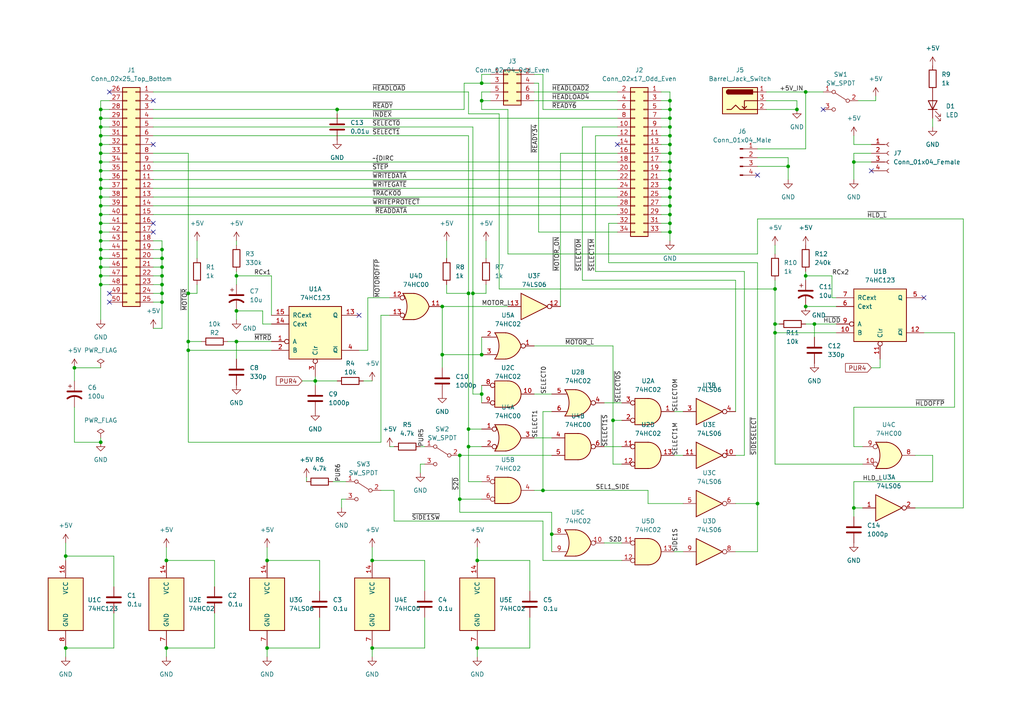
<source format=kicad_sch>
(kicad_sch (version 20211123) (generator eeschema)
  (paper "A4")
  (title_block (title "Disk Interface for MP-1800/1805") (date "2023-05-21") (rev "0.2.3") (company "Designed by Sasaji 2023") (comment 1 "For HITACHI BASIC MASTER LEVEL3"))
  (lib_symbols
    (symbol "74xx:74LS00" (pin_names (offset 1.016))
      (property "Reference" "U" (at 0 1.27 0))
      (property "Value" "74LS00" (at 0 -1.27 0))
      (symbol "74LS00_1_1"
        (pin input line (at -7.62 2.54 0) (length 3.81) (name "~") (number "1"))
        (pin input line (at -7.62 -2.54 0) (length 3.81) (name "~") (number "2"))
        (pin output inverted (at 7.62 0 180) (length 3.81) (name "~") (number "3"))
      )
      (symbol "74LS00_1_2"
        (pin input inverted (at -7.62 2.54 0) (length 4.318) (name "~") (number "1"))
        (pin input inverted (at -7.62 -2.54 0) (length 4.318) (name "~") (number "2"))
        (pin output line (at 7.62 0 180) (length 3.81) (name "~") (number "3"))
      )
      (symbol "74LS00_2_1"
        (pin input line (at -7.62 2.54 0) (length 3.81) (name "~") (number "4"))
        (pin input line (at -7.62 -2.54 0) (length 3.81) (name "~") (number "5"))
        (pin output inverted (at 7.62 0 180) (length 3.81) (name "~") (number "6"))
      )
      (symbol "74LS00_2_2"
        (pin input inverted (at -7.62 2.54 0) (length 4.318) (name "~") (number "4"))
        (pin input inverted (at -7.62 -2.54 0) (length 4.318) (name "~") (number "5"))
        (pin output line (at 7.62 0 180) (length 3.81) (name "~") (number "6"))
      )
      (symbol "74LS00_3_1"
        (pin input line (at -7.62 -2.54 0) (length 3.81) (name "~") (number "10"))
        (pin output inverted (at 7.62 0 180) (length 3.81) (name "~") (number "8"))
        (pin input line (at -7.62 2.54 0) (length 3.81) (name "~") (number "9"))
      )
      (symbol "74LS00_3_2"
        (pin input inverted (at -7.62 -2.54 0) (length 4.318) (name "~") (number "10"))
        (pin output line (at 7.62 0 180) (length 3.81) (name "~") (number "8"))
        (pin input inverted (at -7.62 2.54 0) (length 4.318) (name "~") (number "9"))
      )
      (symbol "74LS00_4_1"
        (pin output inverted (at 7.62 0 180) (length 3.81) (name "~") (number "11"))
        (pin input line (at -7.62 2.54 0) (length 3.81) (name "~") (number "12"))
        (pin input line (at -7.62 -2.54 0) (length 3.81) (name "~") (number "13"))
      )
      (symbol "74LS00_4_2"
        (pin output line (at 7.62 0 180) (length 3.81) (name "~") (number "11"))
        (pin input inverted (at -7.62 2.54 0) (length 4.318) (name "~") (number "12"))
        (pin input inverted (at -7.62 -2.54 0) (length 4.318) (name "~") (number "13"))
      )
      (symbol "74LS00_5_0"
        (pin power_in line (at 0 12.7 270) (length 5.08) (name "VCC") (number "14"))
        (pin power_in line (at 0 -12.7 90) (length 5.08) (name "GND") (number "7"))
      )
    )
    (symbol "74xx:74LS02" (pin_names (offset 1.016))
      (property "Reference" "U" (at 0 1.27 0))
      (property "Value" "74LS02" (at 0 -1.27 0))
      (symbol "74LS02_1_1"
        (pin output inverted (at 7.62 0 180) (length 3.81) (name "~") (number "1"))
        (pin input line (at -7.62 2.54 0) (length 4.318) (name "~") (number "2"))
        (pin input line (at -7.62 -2.54 0) (length 4.318) (name "~") (number "3"))
      )
      (symbol "74LS02_1_2"
        (pin output line (at 7.62 0 180) (length 3.81) (name "~") (number "1"))
        (pin input inverted (at -7.62 2.54 0) (length 3.81) (name "~") (number "2"))
        (pin input inverted (at -7.62 -2.54 0) (length 3.81) (name "~") (number "3"))
      )
      (symbol "74LS02_2_1"
        (pin output inverted (at 7.62 0 180) (length 3.81) (name "~") (number "4"))
        (pin input line (at -7.62 2.54 0) (length 4.318) (name "~") (number "5"))
        (pin input line (at -7.62 -2.54 0) (length 4.318) (name "~") (number "6"))
      )
      (symbol "74LS02_2_2"
        (pin output line (at 7.62 0 180) (length 3.81) (name "~") (number "4"))
        (pin input inverted (at -7.62 2.54 0) (length 3.81) (name "~") (number "5"))
        (pin input inverted (at -7.62 -2.54 0) (length 3.81) (name "~") (number "6"))
      )
      (symbol "74LS02_3_1"
        (pin output inverted (at 7.62 0 180) (length 3.81) (name "~") (number "10"))
        (pin input line (at -7.62 2.54 0) (length 4.318) (name "~") (number "8"))
        (pin input line (at -7.62 -2.54 0) (length 4.318) (name "~") (number "9"))
      )
      (symbol "74LS02_3_2"
        (pin output line (at 7.62 0 180) (length 3.81) (name "~") (number "10"))
        (pin input inverted (at -7.62 2.54 0) (length 3.81) (name "~") (number "8"))
        (pin input inverted (at -7.62 -2.54 0) (length 3.81) (name "~") (number "9"))
      )
      (symbol "74LS02_4_1"
        (pin input line (at -7.62 2.54 0) (length 4.318) (name "~") (number "11"))
        (pin input line (at -7.62 -2.54 0) (length 4.318) (name "~") (number "12"))
        (pin output inverted (at 7.62 0 180) (length 3.81) (name "~") (number "13"))
      )
      (symbol "74LS02_4_2"
        (pin input inverted (at -7.62 2.54 0) (length 3.81) (name "~") (number "11"))
        (pin input inverted (at -7.62 -2.54 0) (length 3.81) (name "~") (number "12"))
        (pin output line (at 7.62 0 180) (length 3.81) (name "~") (number "13"))
      )
      (symbol "74LS02_5_0"
        (pin power_in line (at 0 12.7 270) (length 5.08) (name "VCC") (number "14"))
        (pin power_in line (at 0 -12.7 90) (length 5.08) (name "GND") (number "7"))
      )
    )
    (symbol "74xx:74LS06" (pin_names (offset 1.016))
      (property "Reference" "U" (at 0 1.27 0))
      (property "Value" "74LS06" (at 0 -1.27 0))
      (symbol "74LS06_1_0"
        (pin input line (at -7.62 0 0) (length 3.81) (name "~") (number "1"))
        (pin open_collector inverted (at 7.62 0 180) (length 3.81) (name "~") (number "2"))
      )
      (symbol "74LS06_2_0"
        (pin input line (at -7.62 0 0) (length 3.81) (name "~") (number "3"))
        (pin open_collector inverted (at 7.62 0 180) (length 3.81) (name "~") (number "4"))
      )
      (symbol "74LS06_3_0"
        (pin input line (at -7.62 0 0) (length 3.81) (name "~") (number "5"))
        (pin open_collector inverted (at 7.62 0 180) (length 3.81) (name "~") (number "6"))
      )
      (symbol "74LS06_4_0"
        (pin open_collector inverted (at 7.62 0 180) (length 3.81) (name "~") (number "8"))
        (pin input line (at -7.62 0 0) (length 3.81) (name "~") (number "9"))
      )
      (symbol "74LS06_5_0"
        (pin open_collector inverted (at 7.62 0 180) (length 3.81) (name "~") (number "10"))
        (pin input line (at -7.62 0 0) (length 3.81) (name "~") (number "11"))
      )
      (symbol "74LS06_6_0"
        (pin open_collector inverted (at 7.62 0 180) (length 3.81) (name "~") (number "12"))
        (pin input line (at -7.62 0 0) (length 3.81) (name "~") (number "13"))
      )
      (symbol "74LS06_7_0"
        (pin power_in line (at 0 12.7 270) (length 5.08) (name "VCC") (number "14"))
        (pin power_in line (at 0 -12.7 90) (length 5.08) (name "GND") (number "7"))
      )
    )
    (symbol "74xx:74LS123" (pin_names (offset 1.016))
      (property "Reference" "U" (at -7.62 8.89 0))
      (property "Value" "74LS123" (at -7.62 -8.89 0))
      (symbol "74LS123_1_0"
        (pin input inverted (at -12.7 -2.54 0) (length 5.08) (name "A") (number "1"))
        (pin output line (at 12.7 5.08 180) (length 5.08) (name "Q") (number "13"))
        (pin input line (at -12.7 2.54 0) (length 5.08) (name "Cext") (number "14"))
        (pin input line (at -12.7 5.08 0) (length 5.08) (name "RCext") (number "15"))
        (pin input line (at -12.7 -5.08 0) (length 5.08) (name "B") (number "2"))
        (pin input inverted (at 0 -12.7 90) (length 5.08) (name "Clr") (number "3"))
        (pin output line (at 12.7 -5.08 180) (length 5.08) (name "~{Q}") (number "4"))
      )
      (symbol "74LS123_2_0"
        (pin input line (at -12.7 -5.08 0) (length 5.08) (name "B") (number "10"))
        (pin input inverted (at 0 -12.7 90) (length 5.08) (name "Clr") (number "11"))
        (pin output line (at 12.7 -5.08 180) (length 5.08) (name "~{Q}") (number "12"))
        (pin output line (at 12.7 5.08 180) (length 5.08) (name "Q") (number "5"))
        (pin input line (at -12.7 2.54 0) (length 5.08) (name "Cext") (number "6"))
        (pin input line (at -12.7 5.08 0) (length 5.08) (name "RCext") (number "7"))
        (pin input inverted (at -12.7 -2.54 0) (length 5.08) (name "A") (number "9"))
      )
      (symbol "74LS123_3_0"
        (pin power_in line (at 0 12.7 270) (length 5.08) (name "VCC") (number "16"))
        (pin power_in line (at 0 -12.7 90) (length 5.08) (name "GND") (number "8"))
      )
    )
    (symbol "Connector:Barrel_Jack_Switch" (pin_names hide)
      (property "Reference" "J" (at 0 5.334 0))
      (property "Value" "Barrel_Jack_Switch" (at 0 -5.08 0))
      (symbol "Barrel_Jack_Switch_1_1"
        (pin passive line (at 7.62 2.54 180) (length 2.54) (name "~") (number "1"))
        (pin passive line (at 7.62 -2.54 180) (length 2.54) (name "~") (number "2"))
        (pin passive line (at 7.62 0 180) (length 2.54) (name "~") (number "3"))
      )
    )
    (symbol "Connector:Conn_01x04_Female" (pin_names (offset 1.016) hide)
      (property "Reference" "J" (at 0 5.08 0))
      (property "Value" "Conn_01x04_Female" (at 0 -7.62 0))
      (symbol "Conn_01x04_Female_1_1"
        (pin passive line (at -5.08 2.54 0) (length 3.81) (name "Pin_1") (number "1"))
        (pin passive line (at -5.08 0 0) (length 3.81) (name "Pin_2") (number "2"))
        (pin passive line (at -5.08 -2.54 0) (length 3.81) (name "Pin_3") (number "3"))
        (pin passive line (at -5.08 -5.08 0) (length 3.81) (name "Pin_4") (number "4"))
      )
    )
    (symbol "Connector:Conn_01x04_Male" (pin_names (offset 1.016) hide)
      (property "Reference" "J" (at 0 5.08 0))
      (property "Value" "Conn_01x04_Male" (at 0 -7.62 0))
      (symbol "Conn_01x04_Male_1_1"
        (pin passive line (at 5.08 2.54 180) (length 3.81) (name "Pin_1") (number "1"))
        (pin passive line (at 5.08 0 180) (length 3.81) (name "Pin_2") (number "2"))
        (pin passive line (at 5.08 -2.54 180) (length 3.81) (name "Pin_3") (number "3"))
        (pin passive line (at 5.08 -5.08 180) (length 3.81) (name "Pin_4") (number "4"))
      )
    )
    (symbol "Connector_Generic:Conn_02x04_Odd_Even" (pin_names (offset 1.016) hide)
      (property "Reference" "J" (at 1.27 5.08 0))
      (property "Value" "Conn_02x04_Odd_Even" (at 1.27 -7.62 0))
      (symbol "Conn_02x04_Odd_Even_1_1"
        (pin passive line (at -5.08 2.54 0) (length 3.81) (name "Pin_1") (number "1"))
        (pin passive line (at 7.62 2.54 180) (length 3.81) (name "Pin_2") (number "2"))
        (pin passive line (at -5.08 0 0) (length 3.81) (name "Pin_3") (number "3"))
        (pin passive line (at 7.62 0 180) (length 3.81) (name "Pin_4") (number "4"))
        (pin passive line (at -5.08 -2.54 0) (length 3.81) (name "Pin_5") (number "5"))
        (pin passive line (at 7.62 -2.54 180) (length 3.81) (name "Pin_6") (number "6"))
        (pin passive line (at -5.08 -5.08 0) (length 3.81) (name "Pin_7") (number "7"))
        (pin passive line (at 7.62 -5.08 180) (length 3.81) (name "Pin_8") (number "8"))
      )
    )
    (symbol "Connector_Generic:Conn_02x17_Odd_Even" (pin_names (offset 1.016) hide)
      (property "Reference" "J" (at 1.27 22.86 0))
      (property "Value" "Conn_02x17_Odd_Even" (at 1.27 -22.86 0))
      (symbol "Conn_02x17_Odd_Even_1_1"
        (pin passive line (at -5.08 20.32 0) (length 3.81) (name "Pin_1") (number "1"))
        (pin passive line (at 7.62 10.16 180) (length 3.81) (name "Pin_10") (number "10"))
        (pin passive line (at -5.08 7.62 0) (length 3.81) (name "Pin_11") (number "11"))
        (pin passive line (at 7.62 7.62 180) (length 3.81) (name "Pin_12") (number "12"))
        (pin passive line (at -5.08 5.08 0) (length 3.81) (name "Pin_13") (number "13"))
        (pin passive line (at 7.62 5.08 180) (length 3.81) (name "Pin_14") (number "14"))
        (pin passive line (at -5.08 2.54 0) (length 3.81) (name "Pin_15") (number "15"))
        (pin passive line (at 7.62 2.54 180) (length 3.81) (name "Pin_16") (number "16"))
        (pin passive line (at -5.08 0 0) (length 3.81) (name "Pin_17") (number "17"))
        (pin passive line (at 7.62 0 180) (length 3.81) (name "Pin_18") (number "18"))
        (pin passive line (at -5.08 -2.54 0) (length 3.81) (name "Pin_19") (number "19"))
        (pin passive line (at 7.62 20.32 180) (length 3.81) (name "Pin_2") (number "2"))
        (pin passive line (at 7.62 -2.54 180) (length 3.81) (name "Pin_20") (number "20"))
        (pin passive line (at -5.08 -5.08 0) (length 3.81) (name "Pin_21") (number "21"))
        (pin passive line (at 7.62 -5.08 180) (length 3.81) (name "Pin_22") (number "22"))
        (pin passive line (at -5.08 -7.62 0) (length 3.81) (name "Pin_23") (number "23"))
        (pin passive line (at 7.62 -7.62 180) (length 3.81) (name "Pin_24") (number "24"))
        (pin passive line (at -5.08 -10.16 0) (length 3.81) (name "Pin_25") (number "25"))
        (pin passive line (at 7.62 -10.16 180) (length 3.81) (name "Pin_26") (number "26"))
        (pin passive line (at -5.08 -12.7 0) (length 3.81) (name "Pin_27") (number "27"))
        (pin passive line (at 7.62 -12.7 180) (length 3.81) (name "Pin_28") (number "28"))
        (pin passive line (at -5.08 -15.24 0) (length 3.81) (name "Pin_29") (number "29"))
        (pin passive line (at -5.08 17.78 0) (length 3.81) (name "Pin_3") (number "3"))
        (pin passive line (at 7.62 -15.24 180) (length 3.81) (name "Pin_30") (number "30"))
        (pin passive line (at -5.08 -17.78 0) (length 3.81) (name "Pin_31") (number "31"))
        (pin passive line (at 7.62 -17.78 180) (length 3.81) (name "Pin_32") (number "32"))
        (pin passive line (at -5.08 -20.32 0) (length 3.81) (name "Pin_33") (number "33"))
        (pin passive line (at 7.62 -20.32 180) (length 3.81) (name "Pin_34") (number "34"))
        (pin passive line (at 7.62 17.78 180) (length 3.81) (name "Pin_4") (number "4"))
        (pin passive line (at -5.08 15.24 0) (length 3.81) (name "Pin_5") (number "5"))
        (pin passive line (at 7.62 15.24 180) (length 3.81) (name "Pin_6") (number "6"))
        (pin passive line (at -5.08 12.7 0) (length 3.81) (name "Pin_7") (number "7"))
        (pin passive line (at 7.62 12.7 180) (length 3.81) (name "Pin_8") (number "8"))
        (pin passive line (at -5.08 10.16 0) (length 3.81) (name "Pin_9") (number "9"))
      )
    )
    (symbol "Connector_Generic:Conn_02x25_Top_Bottom" (pin_names (offset 1.016) hide)
      (property "Reference" "J" (at 1.27 33.02 0))
      (property "Value" "Conn_02x25_Top_Bottom" (at 1.27 -33.02 0))
      (symbol "Conn_02x25_Top_Bottom_1_1"
        (pin passive line (at -5.08 30.48 0) (length 3.81) (name "Pin_1") (number "1"))
        (pin passive line (at -5.08 7.62 0) (length 3.81) (name "Pin_10") (number "10"))
        (pin passive line (at -5.08 5.08 0) (length 3.81) (name "Pin_11") (number "11"))
        (pin passive line (at -5.08 2.54 0) (length 3.81) (name "Pin_12") (number "12"))
        (pin passive line (at -5.08 0 0) (length 3.81) (name "Pin_13") (number "13"))
        (pin passive line (at -5.08 -2.54 0) (length 3.81) (name "Pin_14") (number "14"))
        (pin passive line (at -5.08 -5.08 0) (length 3.81) (name "Pin_15") (number "15"))
        (pin passive line (at -5.08 -7.62 0) (length 3.81) (name "Pin_16") (number "16"))
        (pin passive line (at -5.08 -10.16 0) (length 3.81) (name "Pin_17") (number "17"))
        (pin passive line (at -5.08 -12.7 0) (length 3.81) (name "Pin_18") (number "18"))
        (pin passive line (at -5.08 -15.24 0) (length 3.81) (name "Pin_19") (number "19"))
        (pin passive line (at -5.08 27.94 0) (length 3.81) (name "Pin_2") (number "2"))
        (pin passive line (at -5.08 -17.78 0) (length 3.81) (name "Pin_20") (number "20"))
        (pin passive line (at -5.08 -20.32 0) (length 3.81) (name "Pin_21") (number "21"))
        (pin passive line (at -5.08 -22.86 0) (length 3.81) (name "Pin_22") (number "22"))
        (pin passive line (at -5.08 -25.4 0) (length 3.81) (name "Pin_23") (number "23"))
        (pin passive line (at -5.08 -27.94 0) (length 3.81) (name "Pin_24") (number "24"))
        (pin passive line (at -5.08 -30.48 0) (length 3.81) (name "Pin_25") (number "25"))
        (pin passive line (at 7.62 30.48 180) (length 3.81) (name "Pin_26") (number "26"))
        (pin passive line (at 7.62 27.94 180) (length 3.81) (name "Pin_27") (number "27"))
        (pin passive line (at 7.62 25.4 180) (length 3.81) (name "Pin_28") (number "28"))
        (pin passive line (at 7.62 22.86 180) (length 3.81) (name "Pin_29") (number "29"))
        (pin passive line (at -5.08 25.4 0) (length 3.81) (name "Pin_3") (number "3"))
        (pin passive line (at 7.62 20.32 180) (length 3.81) (name "Pin_30") (number "30"))
        (pin passive line (at 7.62 17.78 180) (length 3.81) (name "Pin_31") (number "31"))
        (pin passive line (at 7.62 15.24 180) (length 3.81) (name "Pin_32") (number "32"))
        (pin passive line (at 7.62 12.7 180) (length 3.81) (name "Pin_33") (number "33"))
        (pin passive line (at 7.62 10.16 180) (length 3.81) (name "Pin_34") (number "34"))
        (pin passive line (at 7.62 7.62 180) (length 3.81) (name "Pin_35") (number "35"))
        (pin passive line (at 7.62 5.08 180) (length 3.81) (name "Pin_36") (number "36"))
        (pin passive line (at 7.62 2.54 180) (length 3.81) (name "Pin_37") (number "37"))
        (pin passive line (at 7.62 0 180) (length 3.81) (name "Pin_38") (number "38"))
        (pin passive line (at 7.62 -2.54 180) (length 3.81) (name "Pin_39") (number "39"))
        (pin passive line (at -5.08 22.86 0) (length 3.81) (name "Pin_4") (number "4"))
        (pin passive line (at 7.62 -5.08 180) (length 3.81) (name "Pin_40") (number "40"))
        (pin passive line (at 7.62 -7.62 180) (length 3.81) (name "Pin_41") (number "41"))
        (pin passive line (at 7.62 -10.16 180) (length 3.81) (name "Pin_42") (number "42"))
        (pin passive line (at 7.62 -12.7 180) (length 3.81) (name "Pin_43") (number "43"))
        (pin passive line (at 7.62 -15.24 180) (length 3.81) (name "Pin_44") (number "44"))
        (pin passive line (at 7.62 -17.78 180) (length 3.81) (name "Pin_45") (number "45"))
        (pin passive line (at 7.62 -20.32 180) (length 3.81) (name "Pin_46") (number "46"))
        (pin passive line (at 7.62 -22.86 180) (length 3.81) (name "Pin_47") (number "47"))
        (pin passive line (at 7.62 -25.4 180) (length 3.81) (name "Pin_48") (number "48"))
        (pin passive line (at 7.62 -27.94 180) (length 3.81) (name "Pin_49") (number "49"))
        (pin passive line (at -5.08 20.32 0) (length 3.81) (name "Pin_5") (number "5"))
        (pin passive line (at 7.62 -30.48 180) (length 3.81) (name "Pin_50") (number "50"))
        (pin passive line (at -5.08 17.78 0) (length 3.81) (name "Pin_6") (number "6"))
        (pin passive line (at -5.08 15.24 0) (length 3.81) (name "Pin_7") (number "7"))
        (pin passive line (at -5.08 12.7 0) (length 3.81) (name "Pin_8") (number "8"))
        (pin passive line (at -5.08 10.16 0) (length 3.81) (name "Pin_9") (number "9"))
      )
    )
    (symbol "Device:C" (pin_numbers hide) (pin_names (offset 0.254))
      (property "Reference" "C" (at 0.635 2.54 0))
      (property "Value" "C" (at 0.635 -2.54 0))
      (symbol "C_1_1"
        (pin passive line (at 0 3.81 270) (length 2.794) (name "~") (number "1"))
        (pin passive line (at 0 -3.81 90) (length 2.794) (name "~") (number "2"))
      )
    )
    (symbol "Device:C_Polarized_US" (pin_numbers hide) (pin_names (offset 0.254) hide)
      (property "Reference" "C" (at 0.635 2.54 0))
      (property "Value" "C_Polarized_US" (at 0.635 -2.54 0))
      (symbol "C_Polarized_US_1_1"
        (pin passive line (at 0 3.81 270) (length 2.794) (name "~") (number "1"))
        (pin passive line (at 0 -3.81 90) (length 3.302) (name "~") (number "2"))
      )
    )
    (symbol "Device:LED" (pin_numbers hide) (pin_names (offset 1.016) hide)
      (property "Reference" "D" (at 0 2.54 0))
      (property "Value" "LED" (at 0 -2.54 0))
      (symbol "LED_1_1"
        (pin passive line (at -3.81 0 0) (length 2.54) (name "K") (number "1"))
        (pin passive line (at 3.81 0 180) (length 2.54) (name "A") (number "2"))
      )
    )
    (symbol "Device:R" (pin_numbers hide) (pin_names (offset 0))
      (property "Reference" "R" (at 2.032 0 90))
      (property "Value" "R" (at 0 0 90))
      (symbol "R_1_1"
        (pin passive line (at 0 3.81 270) (length 1.27) (name "~") (number "1"))
        (pin passive line (at 0 -3.81 90) (length 1.27) (name "~") (number "2"))
      )
    )
    (symbol "Switch:SW_SPDT" (pin_names (offset 0) hide)
      (property "Reference" "SW" (at 0 4.318 0))
      (property "Value" "SW_SPDT" (at 0 -5.08 0))
      (symbol "SW_SPDT_1_1"
        (pin passive line (at 5.08 2.54 180) (length 2.54) (name "A") (number "1"))
        (pin passive line (at -5.08 0 0) (length 2.54) (name "B") (number "2"))
        (pin passive line (at 5.08 -2.54 180) (length 2.54) (name "C") (number "3"))
      )
    )
    (symbol "power:+5V" (power) (pin_names (offset 0))
      (property "Value" "+5V" (at 0 3.556 0))
      (symbol "+5V_1_1"
        (pin power_in line (at 0 0 90) (length 0) hide (name "+5V") (number "1"))
      )
    )
    (symbol "power:GND" (power) (pin_names (offset 0))
      (property "Value" "GND" (at 0 -3.81 0))
      (symbol "GND_1_1"
        (pin power_in line (at 0 0 270) (length 0) hide (name "GND") (number "1"))
      )
    )
    (symbol "power:PWR_FLAG" (power) (pin_numbers hide) (pin_names (offset 0) hide)
      (property "Value" "PWR_FLAG" (at 0 3.81 0))
      (symbol "PWR_FLAG_0_0"
        (pin power_out line (at 0 0 90) (length 0) (name "pwr") (number "1"))
      )
    )
  )
  (junction (at 46.99 74.93))
  (junction (at 29.21 44.45))
  (junction (at 194.31 41.91))
  (junction (at 224.79 93.98))
  (junction (at 247.65 46.99))
  (junction (at 177.8 121.92))
  (junction (at 139.7 29.21))
  (junction (at 29.21 62.23))
  (junction (at 194.31 57.15))
  (junction (at 194.31 59.69))
  (junction (at 139.7 102.87))
  (junction (at 135.89 129.54))
  (junction (at 46.99 87.63))
  (junction (at 29.21 128.27))
  (junction (at 29.21 69.85))
  (junction (at 29.21 64.77))
  (junction (at 29.21 49.53))
  (junction (at 107.95 162.56))
  (junction (at 29.21 54.61))
  (junction (at 29.21 31.75))
  (junction (at 29.21 57.15))
  (junction (at 139.7 114.3))
  (junction (at 236.22 93.98))
  (junction (at 46.99 85.09))
  (junction (at 194.31 31.75))
  (junction (at 194.31 29.21))
  (junction (at 137.16 85.09))
  (junction (at 138.43 162.56))
  (junction (at 160.02 154.94))
  (junction (at 91.44 110.49))
  (junction (at 194.31 67.31))
  (junction (at 128.27 88.9))
  (junction (at 46.99 77.47))
  (junction (at 219.71 146.05))
  (junction (at 21.59 106.68))
  (junction (at 29.21 80.01))
  (junction (at 29.21 74.93))
  (junction (at 224.79 96.52))
  (junction (at 135.89 85.09))
  (junction (at 128.27 102.87))
  (junction (at 139.7 24.13))
  (junction (at 29.21 36.83))
  (junction (at 29.21 52.07))
  (junction (at 68.58 90.17))
  (junction (at 29.21 39.37))
  (junction (at 46.99 80.01))
  (junction (at 247.65 147.32))
  (junction (at 97.79 31.75))
  (junction (at 133.35 132.08))
  (junction (at 107.95 187.96))
  (junction (at 135.89 124.46))
  (junction (at 29.21 59.69))
  (junction (at 29.21 67.31))
  (junction (at 157.48 142.24))
  (junction (at 77.47 187.96))
  (junction (at 19.05 187.96))
  (junction (at 29.21 41.91))
  (junction (at 231.14 31.75))
  (junction (at 19.05 161.29))
  (junction (at 233.68 80.01))
  (junction (at 48.26 162.56))
  (junction (at 194.31 54.61))
  (junction (at 194.31 52.07))
  (junction (at 54.61 101.6))
  (junction (at 29.21 34.29))
  (junction (at 194.31 64.77))
  (junction (at 46.99 82.55))
  (junction (at 233.68 88.9))
  (junction (at 48.26 187.96))
  (junction (at 194.31 46.99))
  (junction (at 68.58 80.01))
  (junction (at 29.21 77.47))
  (junction (at 194.31 62.23))
  (junction (at 46.99 72.39))
  (junction (at 194.31 36.83))
  (junction (at 194.31 49.53))
  (junction (at 29.21 82.55))
  (junction (at 224.79 83.82))
  (junction (at 194.31 44.45))
  (junction (at 68.58 99.06))
  (junction (at 54.61 85.09))
  (junction (at 138.43 187.96))
  (junction (at 29.21 72.39))
  (junction (at 29.21 46.99))
  (junction (at 228.6 48.26))
  (junction (at 133.35 144.78))
  (junction (at 54.61 99.06))
  (junction (at 194.31 39.37))
  (junction (at 77.47 162.56))
  (junction (at 194.31 34.29))
  (junction (at 233.68 26.67))
  (no_connect (at 238.76 31.75))
  (no_connect (at 44.45 41.91))
  (no_connect (at 44.45 29.21))
  (no_connect (at 44.45 67.31))
  (no_connect (at 44.45 64.77))
  (no_connect (at 179.07 41.91))
  (no_connect (at 104.14 91.44))
  (no_connect (at 31.75 26.67))
  (no_connect (at 252.73 49.53))
  (no_connect (at 267.97 86.36))
  (no_connect (at 219.71 50.8))
  (no_connect (at 31.75 85.09))
  (no_connect (at 31.75 87.63))
  (wire (pts (xy 57.15 85.09) (xy 54.61 85.09)))
  (wire (pts (xy 44.45 77.47) (xy 46.99 77.47)))
  (wire (pts (xy 233.68 78.74) (xy 233.68 80.01)))
  (wire (pts (xy 134.62 24.13) (xy 134.62 31.75)))
  (wire (pts (xy 176.53 76.2) (xy 219.71 76.2)))
  (wire (pts (xy 270.51 139.7) (xy 247.65 139.7)))
  (wire (pts (xy 224.79 81.28) (xy 224.79 83.82)))
  (wire (pts (xy 29.21 82.55) (xy 31.75 82.55)))
  (wire (pts (xy 68.58 90.17) (xy 76.2 90.17)))
  (wire (pts (xy 247.65 147.32) (xy 247.65 149.86)))
  (wire (pts (xy 138.43 158.75) (xy 138.43 162.56)))
  (wire (pts (xy 180.34 134.62) (xy 177.8 134.62)))
  (wire (pts (xy 29.21 77.47) (xy 31.75 77.47)))
  (wire (pts (xy 91.44 111.76) (xy 91.44 110.49)))
  (wire (pts (xy 129.54 82.55) (xy 129.54 85.09)))
  (wire (pts (xy 96.52 139.7) (xy 100.33 139.7)))
  (wire (pts (xy 29.21 57.15) (xy 29.21 59.69)))
  (wire (pts (xy 153.67 187.96) (xy 153.67 179.07)))
  (wire (pts (xy 142.24 29.21) (xy 139.7 29.21)))
  (wire (pts (xy 247.65 118.11) (xy 276.86 118.11)))
  (wire (pts (xy 242.57 96.52) (xy 224.79 96.52)))
  (wire (pts (xy 139.7 31.75) (xy 147.32 31.75)))
  (wire (pts (xy 252.73 106.68) (xy 255.27 106.68)))
  (wire (pts (xy 68.58 80.01) (xy 68.58 82.55)))
  (wire (pts (xy 46.99 74.93) (xy 46.99 72.39)))
  (wire (pts (xy 255.27 104.14) (xy 255.27 106.68)))
  (wire (pts (xy 154.94 29.21) (xy 179.07 29.21)))
  (wire (pts (xy 194.31 62.23) (xy 194.31 59.69)))
  (wire (pts (xy 187.96 146.05) (xy 187.96 142.24)))
  (wire (pts (xy 160.02 148.59) (xy 160.02 154.94)))
  (wire (pts (xy 157.48 142.24) (xy 187.96 142.24)))
  (wire (pts (xy 114.3 151.13) (xy 157.48 151.13)))
  (wire (pts (xy 135.89 26.67) (xy 135.89 33.02)))
  (wire (pts (xy 228.6 45.72) (xy 228.6 48.26)))
  (wire (pts (xy 19.05 161.29) (xy 19.05 162.56)))
  (wire (pts (xy 191.77 36.83) (xy 194.31 36.83)))
  (wire (pts (xy 172.72 78.74) (xy 215.9 78.74)))
  (wire (pts (xy 175.26 116.84) (xy 180.34 116.84)))
  (wire (pts (xy 247.65 39.37) (xy 247.65 41.91)))
  (wire (pts (xy 29.21 36.83) (xy 31.75 36.83)))
  (wire (pts (xy 160.02 132.08) (xy 133.35 132.08)))
  (wire (pts (xy 29.21 34.29) (xy 29.21 36.83)))
  (wire (pts (xy 254 27.94) (xy 254 29.21)))
  (wire (pts (xy 92.71 171.45) (xy 92.71 162.56)))
  (wire (pts (xy 21.59 106.68) (xy 21.59 110.49)))
  (wire (pts (xy 139.7 97.79) (xy 139.7 102.87)))
  (wire (pts (xy 44.45 52.07) (xy 179.07 52.07)))
  (wire (pts (xy 135.89 33.02) (xy 144.78 33.02)))
  (wire (pts (xy 29.21 54.61) (xy 31.75 54.61)))
  (wire (pts (xy 29.21 59.69) (xy 31.75 59.69)))
  (wire (pts (xy 62.23 177.8) (xy 62.23 187.96)))
  (wire (pts (xy 219.71 76.2) (xy 219.71 146.05)))
  (wire (pts (xy 48.26 162.56) (xy 62.23 162.56)))
  (wire (pts (xy 194.31 67.31) (xy 194.31 64.77)))
  (wire (pts (xy 19.05 187.96) (xy 33.02 187.96)))
  (wire (pts (xy 162.56 44.45) (xy 179.07 44.45)))
  (wire (pts (xy 233.68 26.67) (xy 233.68 43.18)))
  (wire (pts (xy 157.48 151.13) (xy 157.48 162.56)))
  (wire (pts (xy 160.02 119.38) (xy 157.48 119.38)))
  (wire (pts (xy 219.71 43.18) (xy 233.68 43.18)))
  (wire (pts (xy 29.21 57.15) (xy 31.75 57.15)))
  (wire (pts (xy 68.58 99.06) (xy 68.58 104.14)))
  (wire (pts (xy 44.45 34.29) (xy 179.07 34.29)))
  (wire (pts (xy 21.59 118.11) (xy 21.59 128.27)))
  (wire (pts (xy 139.7 24.13) (xy 142.24 24.13)))
  (wire (pts (xy 247.65 52.07) (xy 247.65 46.99)))
  (wire (pts (xy 91.44 110.49) (xy 97.79 110.49)))
  (wire (pts (xy 44.45 59.69) (xy 179.07 59.69)))
  (wire (pts (xy 54.61 99.06) (xy 54.61 101.6)))
  (wire (pts (xy 224.79 96.52) (xy 224.79 134.62)))
  (wire (pts (xy 250.19 129.54) (xy 247.65 129.54)))
  (wire (pts (xy 29.21 36.83) (xy 29.21 39.37)))
  (wire (pts (xy 242.57 86.36) (xy 241.3 86.36)))
  (wire (pts (xy 110.49 128.27) (xy 54.61 128.27)))
  (wire (pts (xy 135.89 129.54) (xy 139.7 129.54)))
  (wire (pts (xy 219.71 63.5) (xy 279.4 63.5)))
  (wire (pts (xy 33.02 161.29) (xy 33.02 170.18)))
  (wire (pts (xy 175.26 157.48) (xy 180.34 157.48)))
  (wire (pts (xy 191.77 62.23) (xy 194.31 62.23)))
  (wire (pts (xy 29.21 46.99) (xy 31.75 46.99)))
  (wire (pts (xy 104.14 101.6) (xy 106.68 101.6)))
  (wire (pts (xy 54.61 85.09) (xy 54.61 99.06)))
  (wire (pts (xy 177.8 100.33) (xy 177.8 121.92)))
  (wire (pts (xy 176.53 64.77) (xy 176.53 76.2)))
  (wire (pts (xy 68.58 78.74) (xy 68.58 80.01)))
  (wire (pts (xy 179.07 39.37) (xy 172.72 39.37)))
  (wire (pts (xy 114.3 142.24) (xy 114.3 151.13)))
  (wire (pts (xy 191.77 57.15) (xy 194.31 57.15)))
  (wire (pts (xy 29.21 39.37) (xy 31.75 39.37)))
  (wire (pts (xy 191.77 64.77) (xy 194.31 64.77)))
  (wire (pts (xy 224.79 71.12) (xy 224.79 73.66)))
  (wire (pts (xy 139.7 114.3) (xy 139.7 116.84)))
  (wire (pts (xy 219.71 146.05) (xy 219.71 160.02)))
  (wire (pts (xy 44.45 87.63) (xy 46.99 87.63)))
  (wire (pts (xy 29.21 74.93) (xy 31.75 74.93)))
  (wire (pts (xy 162.56 44.45) (xy 162.56 88.9)))
  (wire (pts (xy 270.51 34.29) (xy 270.51 36.83)))
  (wire (pts (xy 29.21 64.77) (xy 31.75 64.77)))
  (wire (pts (xy 133.35 144.78) (xy 139.7 144.78)))
  (wire (pts (xy 194.31 52.07) (xy 194.31 49.53)))
  (wire (pts (xy 29.21 31.75) (xy 31.75 31.75)))
  (wire (pts (xy 44.45 82.55) (xy 46.99 82.55)))
  (wire (pts (xy 135.89 85.09) (xy 135.89 124.46)))
  (wire (pts (xy 147.32 73.66) (xy 219.71 73.66)))
  (wire (pts (xy 57.15 69.85) (xy 57.15 74.93)))
  (wire (pts (xy 177.8 121.92) (xy 177.8 134.62)))
  (wire (pts (xy 147.32 31.75) (xy 147.32 73.66)))
  (wire (pts (xy 140.97 82.55) (xy 140.97 85.09)))
  (wire (pts (xy 191.77 52.07) (xy 194.31 52.07)))
  (wire (pts (xy 139.7 24.13) (xy 139.7 21.59)))
  (wire (pts (xy 228.6 48.26) (xy 228.6 52.07)))
  (wire (pts (xy 29.21 127) (xy 29.21 128.27)))
  (wire (pts (xy 29.21 69.85) (xy 29.21 72.39)))
  (wire (pts (xy 191.77 31.75) (xy 194.31 31.75)))
  (wire (pts (xy 44.45 39.37) (xy 135.89 39.37)))
  (wire (pts (xy 224.79 93.98) (xy 226.06 93.98)))
  (wire (pts (xy 29.21 74.93) (xy 29.21 77.47)))
  (wire (pts (xy 139.7 29.21) (xy 139.7 26.67)))
  (wire (pts (xy 194.31 36.83) (xy 194.31 34.29)))
  (wire (pts (xy 139.7 111.76) (xy 139.7 114.3)))
  (wire (pts (xy 57.15 82.55) (xy 57.15 85.09)))
  (wire (pts (xy 29.21 34.29) (xy 31.75 34.29)))
  (wire (pts (xy 44.45 95.25) (xy 46.99 95.25)))
  (wire (pts (xy 44.45 26.67) (xy 135.89 26.67)))
  (wire (pts (xy 29.21 52.07) (xy 31.75 52.07)))
  (wire (pts (xy 46.99 80.01) (xy 46.99 77.47)))
  (wire (pts (xy 198.12 132.08) (xy 195.58 132.08)))
  (wire (pts (xy 29.21 41.91) (xy 31.75 41.91)))
  (wire (pts (xy 19.05 157.48) (xy 19.05 161.29)))
  (wire (pts (xy 128.27 102.87) (xy 139.7 102.87)))
  (wire (pts (xy 231.14 29.21) (xy 231.14 31.75)))
  (wire (pts (xy 87.63 110.49) (xy 91.44 110.49)))
  (wire (pts (xy 247.65 139.7) (xy 247.65 147.32)))
  (wire (pts (xy 157.48 119.38) (xy 157.48 142.24)))
  (wire (pts (xy 154.94 21.59) (xy 157.48 21.59)))
  (wire (pts (xy 154.94 26.67) (xy 179.07 26.67)))
  (wire (pts (xy 107.95 190.5) (xy 107.95 187.96)))
  (wire (pts (xy 191.77 39.37) (xy 194.31 39.37)))
  (wire (pts (xy 128.27 102.87) (xy 128.27 106.68)))
  (wire (pts (xy 44.45 44.45) (xy 54.61 44.45)))
  (wire (pts (xy 219.71 45.72) (xy 228.6 45.72)))
  (wire (pts (xy 191.77 46.99) (xy 194.31 46.99)))
  (wire (pts (xy 135.89 129.54) (xy 135.89 139.7)))
  (wire (pts (xy 194.31 59.69) (xy 194.31 57.15)))
  (wire (pts (xy 106.68 86.36) (xy 106.68 101.6)))
  (wire (pts (xy 191.77 67.31) (xy 194.31 67.31)))
  (wire (pts (xy 194.31 46.99) (xy 194.31 44.45)))
  (wire (pts (xy 154.94 24.13) (xy 156.21 24.13)))
  (wire (pts (xy 194.31 54.61) (xy 194.31 52.07)))
  (wire (pts (xy 44.45 85.09) (xy 46.99 85.09)))
  (wire (pts (xy 133.35 144.78) (xy 133.35 148.59)))
  (wire (pts (xy 29.21 44.45) (xy 29.21 46.99)))
  (wire (pts (xy 194.31 26.67) (xy 191.77 26.67)))
  (wire (pts (xy 153.67 162.56) (xy 153.67 171.45)))
  (wire (pts (xy 31.75 29.21) (xy 29.21 29.21)))
  (wire (pts (xy 241.3 86.36) (xy 241.3 80.01)))
  (wire (pts (xy 44.45 31.75) (xy 97.79 31.75)))
  (wire (pts (xy 91.44 109.22) (xy 91.44 110.49)))
  (wire (pts (xy 247.65 46.99) (xy 252.73 46.99)))
  (wire (pts (xy 29.21 29.21) (xy 29.21 31.75)))
  (wire (pts (xy 68.58 99.06) (xy 78.74 99.06)))
  (wire (pts (xy 107.95 158.75) (xy 107.95 162.56)))
  (wire (pts (xy 135.89 124.46) (xy 139.7 124.46)))
  (wire (pts (xy 139.7 21.59) (xy 142.24 21.59)))
  (wire (pts (xy 29.21 72.39) (xy 31.75 72.39)))
  (wire (pts (xy 123.19 187.96) (xy 123.19 179.07)))
  (wire (pts (xy 76.2 90.17) (xy 76.2 93.98)))
  (wire (pts (xy 19.05 187.96) (xy 19.05 190.5)))
  (wire (pts (xy 29.21 92.71) (xy 29.21 82.55)))
  (wire (pts (xy 44.45 57.15) (xy 179.07 57.15)))
  (wire (pts (xy 233.68 80.01) (xy 241.3 80.01)))
  (wire (pts (xy 21.59 128.27) (xy 29.21 128.27)))
  (wire (pts (xy 78.74 91.44) (xy 78.74 80.01)))
  (wire (pts (xy 121.92 134.62) (xy 121.92 137.16)))
  (wire (pts (xy 140.97 69.85) (xy 140.97 74.93)))
  (wire (pts (xy 133.35 132.08) (xy 133.35 144.78)))
  (wire (pts (xy 110.49 91.44) (xy 113.03 91.44)))
  (wire (pts (xy 46.99 85.09) (xy 46.99 82.55)))
  (wire (pts (xy 194.31 57.15) (xy 194.31 54.61)))
  (wire (pts (xy 92.71 179.07) (xy 92.71 187.96)))
  (wire (pts (xy 215.9 78.74) (xy 215.9 132.08)))
  (wire (pts (xy 62.23 162.56) (xy 62.23 170.18)))
  (wire (pts (xy 66.04 99.06) (xy 68.58 99.06)))
  (wire (pts (xy 46.99 77.47) (xy 46.99 74.93)))
  (wire (pts (xy 191.77 34.29) (xy 194.31 34.29)))
  (wire (pts (xy 194.31 31.75) (xy 194.31 29.21)))
  (wire (pts (xy 222.25 26.67) (xy 233.68 26.67)))
  (wire (pts (xy 191.77 54.61) (xy 194.31 54.61)))
  (wire (pts (xy 247.65 147.32) (xy 250.19 147.32)))
  (wire (pts (xy 29.21 69.85) (xy 31.75 69.85)))
  (wire (pts (xy 198.12 146.05) (xy 187.96 146.05)))
  (wire (pts (xy 191.77 29.21) (xy 194.31 29.21)))
  (wire (pts (xy 194.31 34.29) (xy 194.31 31.75)))
  (wire (pts (xy 29.21 62.23) (xy 31.75 62.23)))
  (wire (pts (xy 44.45 72.39) (xy 46.99 72.39)))
  (wire (pts (xy 180.34 121.92) (xy 177.8 121.92)))
  (wire (pts (xy 113.03 129.54) (xy 114.3 129.54)))
  (wire (pts (xy 29.21 59.69) (xy 29.21 62.23)))
  (wire (pts (xy 44.45 46.99) (xy 179.07 46.99)))
  (wire (pts (xy 29.21 31.75) (xy 29.21 34.29)))
  (wire (pts (xy 157.48 31.75) (xy 179.07 31.75)))
  (wire (pts (xy 99.06 144.78) (xy 99.06 147.32)))
  (wire (pts (xy 194.31 69.85) (xy 194.31 67.31)))
  (wire (pts (xy 222.25 29.21) (xy 231.14 29.21)))
  (wire (pts (xy 154.94 114.3) (xy 160.02 114.3)))
  (wire (pts (xy 29.21 67.31) (xy 29.21 69.85)))
  (wire (pts (xy 44.45 69.85) (xy 46.99 69.85)))
  (wire (pts (xy 44.45 80.01) (xy 46.99 80.01)))
  (wire (pts (xy 48.26 158.75) (xy 48.26 162.56)))
  (wire (pts (xy 68.58 80.01) (xy 78.74 80.01)))
  (wire (pts (xy 29.21 77.47) (xy 29.21 80.01)))
  (wire (pts (xy 135.89 124.46) (xy 135.89 129.54)))
  (wire (pts (xy 219.71 48.26) (xy 228.6 48.26)))
  (wire (pts (xy 44.45 36.83) (xy 137.16 36.83)))
  (wire (pts (xy 194.31 44.45) (xy 194.31 41.91)))
  (wire (pts (xy 110.49 142.24) (xy 114.3 142.24)))
  (wire (pts (xy 248.92 29.21) (xy 254 29.21)))
  (wire (pts (xy 276.86 96.52) (xy 267.97 96.52)))
  (wire (pts (xy 276.86 118.11) (xy 276.86 96.52)))
  (wire (pts (xy 46.99 72.39) (xy 46.99 69.85)))
  (wire (pts (xy 46.99 82.55) (xy 46.99 80.01)))
  (wire (pts (xy 123.19 162.56) (xy 123.19 171.45)))
  (wire (pts (xy 33.02 177.8) (xy 33.02 187.96)))
  (wire (pts (xy 135.89 39.37) (xy 135.89 85.09)))
  (wire (pts (xy 157.48 162.56) (xy 180.34 162.56)))
  (wire (pts (xy 265.43 132.08) (xy 270.51 132.08)))
  (wire (pts (xy 92.71 187.96) (xy 77.47 187.96)))
  (wire (pts (xy 97.79 31.75) (xy 134.62 31.75)))
  (wire (pts (xy 78.74 101.6) (xy 54.61 101.6)))
  (wire (pts (xy 156.21 24.13) (xy 156.21 67.31)))
  (wire (pts (xy 247.65 46.99) (xy 247.65 44.45)))
  (wire (pts (xy 219.71 73.66) (xy 219.71 63.5)))
  (wire (pts (xy 129.54 85.09) (xy 135.89 85.09)))
  (wire (pts (xy 106.68 86.36) (xy 113.03 86.36)))
  (wire (pts (xy 247.65 41.91) (xy 252.73 41.91)))
  (wire (pts (xy 191.77 59.69) (xy 194.31 59.69)))
  (wire (pts (xy 88.9 138.43) (xy 88.9 139.7)))
  (wire (pts (xy 138.43 187.96) (xy 153.67 187.96)))
  (wire (pts (xy 194.31 41.91) (xy 194.31 39.37)))
  (wire (pts (xy 92.71 162.56) (xy 77.47 162.56)))
  (wire (pts (xy 44.45 49.53) (xy 179.07 49.53)))
  (wire (pts (xy 175.26 129.54) (xy 180.34 129.54)))
  (wire (pts (xy 247.65 129.54) (xy 247.65 118.11)))
  (wire (pts (xy 168.91 81.28) (xy 213.36 81.28)))
  (wire (pts (xy 213.36 160.02) (xy 219.71 160.02)))
  (wire (pts (xy 176.53 64.77) (xy 179.07 64.77)))
  (wire (pts (xy 121.92 129.54) (xy 123.19 129.54)))
  (wire (pts (xy 233.68 88.9) (xy 242.57 88.9)))
  (wire (pts (xy 29.21 44.45) (xy 31.75 44.45)))
  (wire (pts (xy 76.2 93.98) (xy 78.74 93.98)))
  (wire (pts (xy 54.61 44.45) (xy 54.61 85.09)))
  (wire (pts (xy 129.54 69.85) (xy 129.54 74.93)))
  (wire (pts (xy 279.4 63.5) (xy 279.4 147.32)))
  (wire (pts (xy 48.26 187.96) (xy 62.23 187.96)))
  (wire (pts (xy 105.41 110.49) (xy 107.95 110.49)))
  (wire (pts (xy 233.68 80.01) (xy 233.68 81.28)))
  (wire (pts (xy 191.77 41.91) (xy 194.31 41.91)))
  (wire (pts (xy 177.8 100.33) (xy 154.94 100.33)))
  (wire (pts (xy 97.79 31.75) (xy 97.79 33.02)))
  (wire (pts (xy 172.72 39.37) (xy 172.72 78.74)))
  (wire (pts (xy 191.77 44.45) (xy 194.31 44.45)))
  (wire (pts (xy 160.02 154.94) (xy 160.02 160.02)))
  (wire (pts (xy 138.43 187.96) (xy 138.43 190.5)))
  (wire (pts (xy 107.95 162.56) (xy 123.19 162.56)))
  (wire (pts (xy 29.21 72.39) (xy 29.21 74.93)))
  (wire (pts (xy 44.45 54.61) (xy 179.07 54.61)))
  (wire (pts (xy 100.33 144.78) (xy 99.06 144.78)))
  (wire (pts (xy 54.61 128.27) (xy 54.61 101.6)))
  (wire (pts (xy 139.7 26.67) (xy 142.24 26.67)))
  (wire (pts (xy 133.35 148.59) (xy 160.02 148.59)))
  (wire (pts (xy 137.16 114.3) (xy 137.16 85.09)))
  (wire (pts (xy 154.94 142.24) (xy 157.48 142.24)))
  (wire (pts (xy 213.36 146.05) (xy 219.71 146.05)))
  (wire (pts (xy 107.95 187.96) (xy 123.19 187.96)))
  (wire (pts (xy 29.21 80.01) (xy 31.75 80.01)))
  (wire (pts (xy 21.59 106.68) (xy 29.21 106.68)))
  (wire (pts (xy 68.58 69.85) (xy 68.58 71.12)))
  (wire (pts (xy 139.7 29.21) (xy 139.7 31.75)))
  (wire (pts (xy 213.36 81.28) (xy 213.36 119.38)))
  (wire (pts (xy 137.16 85.09) (xy 137.16 36.83)))
  (wire (pts (xy 128.27 88.9) (xy 147.32 88.9)))
  (wire (pts (xy 68.58 90.17) (xy 68.58 92.71)))
  (wire (pts (xy 29.21 54.61) (xy 29.21 57.15)))
  (wire (pts (xy 29.21 62.23) (xy 29.21 64.77)))
  (wire (pts (xy 29.21 52.07) (xy 29.21 54.61)))
  (wire (pts (xy 191.77 49.53) (xy 194.31 49.53)))
  (wire (pts (xy 46.99 87.63) (xy 46.99 85.09)))
  (wire (pts (xy 233.68 26.67) (xy 238.76 26.67)))
  (wire (pts (xy 29.21 49.53) (xy 29.21 52.07)))
  (wire (pts (xy 19.05 161.29) (xy 33.02 161.29)))
  (wire (pts (xy 194.31 49.53) (xy 194.31 46.99)))
  (wire (pts (xy 110.49 91.44) (xy 110.49 128.27)))
  (wire (pts (xy 236.22 93.98) (xy 236.22 97.79)))
  (wire (pts (xy 137.16 85.09) (xy 140.97 85.09)))
  (wire (pts (xy 224.79 134.62) (xy 250.19 134.62)))
  (wire (pts (xy 168.91 81.28) (xy 168.91 36.83)))
  (wire (pts (xy 123.19 134.62) (xy 121.92 134.62)))
  (wire (pts (xy 29.21 64.77) (xy 29.21 67.31)))
  (wire (pts (xy 46.99 95.25) (xy 46.99 87.63)))
  (wire (pts (xy 144.78 83.82) (xy 224.79 83.82)))
  (wire (pts (xy 44.45 74.93) (xy 46.99 74.93)))
  (wire (pts (xy 44.45 62.23) (xy 179.07 62.23)))
  (wire (pts (xy 29.21 49.53) (xy 31.75 49.53)))
  (wire (pts (xy 77.47 187.96) (xy 77.47 190.5)))
  (wire (pts (xy 128.27 88.9) (xy 128.27 102.87)))
  (wire (pts (xy 157.48 21.59) (xy 157.48 31.75)))
  (wire (pts (xy 270.51 132.08) (xy 270.51 139.7)))
  (wire (pts (xy 213.36 132.08) (xy 215.9 132.08)))
  (wire (pts (xy 279.4 147.32) (xy 265.43 147.32)))
  (wire (pts (xy 139.7 139.7) (xy 135.89 139.7)))
  (wire (pts (xy 194.31 29.21) (xy 194.31 26.67)))
  (wire (pts (xy 54.61 99.06) (xy 58.42 99.06)))
  (wire (pts (xy 156.21 67.31) (xy 179.07 67.31)))
  (wire (pts (xy 29.21 46.99) (xy 29.21 49.53)))
  (wire (pts (xy 134.62 24.13) (xy 139.7 24.13)))
  (wire (pts (xy 194.31 39.37) (xy 194.31 36.83)))
  (wire (pts (xy 77.47 158.75) (xy 77.47 162.56)))
  (wire (pts (xy 138.43 162.56) (xy 153.67 162.56)))
  (wire (pts (xy 247.65 44.45) (xy 252.73 44.45)))
  (wire (pts (xy 144.78 33.02) (xy 144.78 83.82)))
  (wire (pts (xy 224.79 96.52) (xy 224.79 93.98)))
  (wire (pts (xy 222.25 31.75) (xy 231.14 31.75)))
  (wire (pts (xy 168.91 36.83) (xy 179.07 36.83)))
  (wire (pts (xy 195.58 160.02) (xy 198.12 160.02)))
  (wire (pts (xy 195.58 119.38) (xy 198.12 119.38)))
  (wire (pts (xy 194.31 64.77) (xy 194.31 62.23)))
  (wire (pts (xy 48.26 187.96) (xy 48.26 190.5)))
  (wire (pts (xy 29.21 41.91) (xy 29.21 44.45)))
  (wire (pts (xy 224.79 83.82) (xy 224.79 93.98)))
  (wire (pts (xy 137.16 114.3) (xy 139.7 114.3)))
  (wire (pts (xy 29.21 39.37) (xy 29.21 41.91)))
  (wire (pts (xy 29.21 80.01) (xy 29.21 82.55)))
  (wire (pts (xy 236.22 93.98) (xy 242.57 93.98)))
  (wire (pts (xy 31.75 67.31) (xy 29.21 67.31)))
  (wire (pts (xy 154.94 127) (xy 160.02 127)))
  (wire (pts (xy 233.68 93.98) (xy 236.22 93.98)))
  (label "~{WRITEGATE}" (at 107.95 54.61 0))
  (label "~{DIRC" (at 107.95 46.99 0))
  (label "~{HLDOFFP}" (at 265.43 118.11 0))
  (label "~{MTRD}" (at 73.66 99.06 0))
  (label "~{HEADLOAD2}" (at 160.02 26.67 0))
  (label "MOTOR_L" (at 139.7 88.9 0))
  (label "~{SIDE1SW}" (at 119.38 151.13 0))
  (label "~{READY6}" (at 160.02 31.75 0))
  (label "S2D" (at 176.53 157.48 0))
  (label "~{READDATA}" (at 118.11 62.23 180))
  (label "~{READY}" (at 107.95 31.75 0))
  (label "~{SIDESELECT}" (at 219.71 132.08 90))
  (label "+5V_IN" (at 226.06 26.67 0))
  (label "~{STEP}" (at 107.95 49.53 0))
  (label "PUR5" (at 123.19 129.54 90))
  (label "~{SELECT1M}" (at 172.72 78.74 90))
  (label "SELECT0" (at 158.75 114.3 90))
  (label "~{READY34}" (at 156.21 44.45 90))
  (label "~{SELECT0}" (at 107.95 36.83 0))
  (label "~{MOTOR_ON}" (at 162.56 78.74 90))
  (label "~{HLD_L}" (at 251.46 63.5 0))
  (label "HLD_L" (at 250.19 139.7 0))
  (label "~{S2D}" (at 133.35 142.24 90))
  (label "~{HEADLOAD}" (at 107.95 26.67 0))
  (label "~{MOTOROFFP}" (at 110.49 86.36 90))
  (label "RCx2" (at 241.3 80.01 0))
  (label "SELECT0M" (at 196.85 119.38 90))
  (label "~{SELECT0M}" (at 168.91 78.74 90))
  (label "~{WRITEPROTECT}" (at 107.95 59.69 0))
  (label "SEL1_SIDE" (at 172.72 142.24 0))
  (label "SIDE1S" (at 196.85 160.02 90))
  (label "~{HEADLOAD4}" (at 160.02 29.21 0))
  (label "RCx1" (at 73.66 80.01 0))
  (label "~{MOTOR_L}" (at 163.83 100.33 0))
  (label "SELECT1M" (at 196.85 132.08 90))
  (label "~{SELECT0S}" (at 180.34 116.84 90))
  (label "~{MOTOR}" (at 54.61 90.17 90))
  (label "~{SELECT1S}" (at 176.53 129.54 90))
  (label "~{HLDD}" (at 238.76 93.98 0))
  (label "SELECT1" (at 156.21 127 90))
  (label "~{WRITEDATA}" (at 107.95 52.07 0))
  (label "~{INDEX}" (at 107.95 34.29 0))
  (label "~{TRACK00}" (at 107.95 57.15 0))
  (label "PUR6" (at 99.06 139.7 90))
  (label "~{SELECT1}" (at 107.95 39.37 0))
  (global_label "PUR4" (shape input) (at 87.63 110.49 180) (property "Intersheet References" "${INTERSHEET_REFS}" (effects hide)))
  (global_label "PUR4" (shape input) (at 252.73 106.68 180) (property "Intersheet References" "${INTERSHEET_REFS}" (effects hide)))
  (symbol (lib_id "power:GND") (at 19.05 190.5 0) (unit 1)
    (property "Reference" "#PWR025" (effects hide))
    (property "Value" "GND" (at 19.05 195.58 0))
  )
  (symbol (lib_id "74xx:74LS02") (at 147.32 100.33 0) (unit 1)
    (property "Reference" "U5" (at 147.32 91.44 0))
    (property "Value" "74HC02" (at 147.32 93.98 0))
    (property "Footprint" "Package_DIP:DIP-14_W7.62mm_Socket" (effects hide))
    (property "Datasheet" "http://www.ti.com/lit/gpn/sn74ls02" (effects hide))
  )
  (symbol (lib_id "Switch:SW_SPDT") (at 105.41 142.24 0) (mirror y) (unit 1)
    (property "Reference" "SW3" (at 105.41 134.62 0))
    (property "Value" "SW_SPDT" (at 105.41 137.16 0))
    (property "Footprint" "MySwitch:SW_Switch_SS12D00_SPDT" (effects hide))
  )
  (symbol (lib_id "power:GND") (at 91.44 119.38 0) (unit 1)
    (property "Reference" "#PWR010" (effects hide))
    (property "Value" "GND" (at 91.44 124.46 0))
  )
  (symbol (lib_id "power:+5V") (at 140.97 69.85 0) (unit 1)
    (property "Reference" "#PWR0106" (effects hide))
    (property "Value" "+5V" (at 140.97 64.77 0))
  )
  (symbol (lib_id "Device:C") (at 62.23 173.99 180) (unit 1)
    (property "Reference" "C2" (at 66.04 172.7199 0) (effects (justify right)))
    (property "Value" "0.1u" (at 66.04 175.2599 0) (effects (justify right)))
    (property "Footprint" "Capacitor_THT:C_Disc_D3.0mm_W2.0mm_P2.50mm" (effects hide))
  )
  (symbol (lib_id "74xx:74LS02") (at 48.26 175.26 0) (unit 5)
    (property "Reference" "U2" (at 54.61 173.9899 0) (effects (justify left)))
    (property "Value" "74HC02" (at 54.61 176.5299 0) (effects (justify left)))
    (property "Footprint" "Package_DIP:DIP-14_W7.62mm_Socket" (effects hide))
    (property "Datasheet" "http://www.ti.com/lit/gpn/sn74ls02" (effects hide))
  )
  (symbol (lib_id "power:GND") (at 231.14 31.75 0) (unit 1)
    (property "Reference" "#PWR020" (effects hide))
    (property "Value" "GND" (at 231.14 36.83 0))
  )
  (symbol (lib_id "Connector:Barrel_Jack_Switch") (at 214.63 29.21 0) (unit 1)
    (property "Reference" "J5" (at 214.63 20.32 0))
    (property "Value" "Barrel_Jack_Switch" (at 214.63 22.86 0))
    (property "Footprint" "MyJack:YA_BarrelJack_CUI_PJ-102AH_Horizontal" (effects hide))
  )
  (symbol (lib_id "Device:C") (at 236.22 101.6 180) (unit 1)
    (property "Reference" "C12" (at 240.03 100.3299 0) (effects (justify right)))
    (property "Value" "330p" (at 240.03 102.8699 0) (effects (justify right)))
    (property "Footprint" "Capacitor_THT:C_Disc_D3.0mm_W2.0mm_P2.50mm" (effects hide))
  )
  (symbol (lib_id "power:GND") (at 236.22 105.41 0) (unit 1)
    (property "Reference" "#PWR034" (effects hide))
    (property "Value" "GND" (at 236.22 110.49 0))
  )
  (symbol (lib_id "Device:C_Polarized_US") (at 233.68 85.09 0) (unit 1)
    (property "Reference" "C11" (at 237.49 83.1849 0) (effects (justify left)))
    (property "Value" "10u" (at 237.49 85.7249 0) (effects (justify left)))
    (property "Footprint" "Capacitor_THT:CP_Radial_D6.3mm_P2.50mm" (effects hide))
  )
  (symbol (lib_id "power:+5V") (at 233.68 71.12 0) (unit 1)
    (property "Reference" "#PWR032" (effects hide))
    (property "Value" "+5V" (at 233.68 66.04 0))
  )
  (symbol (lib_id "Device:R") (at 233.68 74.93 0) (unit 1)
    (property "Reference" "R12" (at 236.22 73.6599 0) (effects (justify left)))
    (property "Value" "240k" (at 236.22 76.1999 0) (effects (justify left)))
    (property "Footprint" "Resistor_THT:R_Axial_DIN0207_L6.3mm_D2.5mm_P2.54mm_Vertical" (effects hide))
  )
  (symbol (lib_id "Device:C") (at 97.79 36.83 180) (unit 1)
    (property "Reference" "C13" (at 101.6 35.5599 0) (effects (justify right)))
    (property "Value" "0.01u" (at 101.6 38.0999 0) (effects (justify right)))
    (property "Footprint" "Capacitor_THT:C_Disc_D3.0mm_W2.0mm_P2.50mm" (effects hide))
  )
  (symbol (lib_id "power:+5V") (at 44.45 95.25 0) (unit 1)
    (property "Reference" "#PWR04" (effects hide))
    (property "Value" "+5V" (at 44.45 90.17 0))
  )
  (symbol (lib_id "Switch:SW_SPDT") (at 128.27 132.08 0) (mirror y) (unit 1)
    (property "Reference" "SW2" (at 128.27 124.46 0))
    (property "Value" "SW_SPDT" (at 128.27 127 0))
    (property "Footprint" "MySwitch:SW_Switch_SS12D00_SPDT" (effects hide))
  )
  (symbol (lib_id "power:GND") (at 194.31 69.85 0) (unit 1)
    (property "Reference" "#PWR018" (effects hide))
    (property "Value" "GND" (at 194.31 74.93 0))
  )
  (symbol (lib_id "74xx:74LS00") (at 120.65 88.9 0) (unit 4) (convert 2)
    (property "Reference" "U4" (at 120.65 80.01 0))
    (property "Value" "74HC00" (at 120.65 82.55 0))
    (property "Footprint" "Package_DIP:DIP-14_W7.62mm_Socket" (effects hide))
    (property "Datasheet" "http://www.ti.com/lit/gpn/sn74ls00" (effects hide))
  )
  (symbol (lib_id "Device:C") (at 92.71 175.26 180) (unit 1)
    (property "Reference" "C3" (at 96.52 173.9899 0) (effects (justify right)))
    (property "Value" "0.1u" (at 96.52 176.5299 0) (effects (justify right)))
    (property "Footprint" "Capacitor_THT:C_Disc_D3.0mm_W2.0mm_P2.50mm" (effects hide))
  )
  (symbol (lib_id "power:GND") (at 29.21 128.27 0) (unit 1)
    (property "Reference" "#PWR0102" (effects hide))
    (property "Value" "GND" (at 29.21 133.35 0))
  )
  (symbol (lib_id "power:GND") (at 121.92 137.16 0) (unit 1)
    (property "Reference" "#PWR03" (effects hide))
    (property "Value" "GND" (at 121.92 142.24 0))
  )
  (symbol (lib_id "power:GND") (at 107.95 190.5 0) (unit 1)
    (property "Reference" "#PWR015" (effects hide))
    (property "Value" "GND" (at 107.95 195.58 0))
  )
  (symbol (lib_id "74xx:74LS02") (at 147.32 114.3 0) (unit 3) (convert 2)
    (property "Reference" "U2" (at 147.32 106.68 0))
    (property "Value" "74HC02" (at 147.32 109.22 0))
    (property "Footprint" "Package_DIP:DIP-14_W7.62mm_Socket" (effects hide))
    (property "Datasheet" "http://www.ti.com/lit/gpn/sn74ls02" (effects hide))
  )
  (symbol (lib_id "Device:R") (at 57.15 78.74 0) (unit 1)
    (property "Reference" "R1" (at 59.69 77.4699 0) (effects (justify left)))
    (property "Value" "1k" (at 59.69 80.0099 0) (effects (justify left)))
    (property "Footprint" "Resistor_THT:R_Axial_DIN0207_L6.3mm_D2.5mm_P2.54mm_Vertical" (effects hide))
  )
  (symbol (lib_id "74xx:74LS02") (at 138.43 175.26 0) (unit 5)
    (property "Reference" "U5" (at 144.78 173.9899 0) (effects (justify left)))
    (property "Value" "74HC02" (at 144.78 176.5299 0) (effects (justify left)))
    (property "Footprint" "Package_DIP:DIP-14_W7.62mm_Socket" (effects hide))
    (property "Datasheet" "http://www.ti.com/lit/gpn/sn74ls02" (effects hide))
  )
  (symbol (lib_id "power:PWR_FLAG") (at 29.21 127 0) (unit 1)
    (property "Reference" "#FLG0102" (effects hide))
    (property "Value" "PWR_FLAG" (at 29.21 121.92 0))
  )
  (symbol (lib_id "power:+5V") (at 129.54 69.85 0) (unit 1)
    (property "Reference" "#PWR0107" (effects hide))
    (property "Value" "+5V" (at 129.54 64.77 0))
  )
  (symbol (lib_id "Device:C") (at 68.58 107.95 180) (unit 1)
    (property "Reference" "C8" (at 72.39 106.6799 0) (effects (justify right)))
    (property "Value" "330p" (at 72.39 109.2199 0) (effects (justify right)))
    (property "Footprint" "Capacitor_THT:C_Disc_D3.0mm_W2.0mm_P2.50mm" (effects hide))
  )
  (symbol (lib_id "power:+5V") (at 57.15 69.85 0) (unit 1)
    (property "Reference" "#PWR02" (effects hide))
    (property "Value" "+5V" (at 57.15 64.77 0))
  )
  (symbol (lib_id "74xx:74LS123") (at 19.05 175.26 0) (unit 3)
    (property "Reference" "U1" (at 25.4 173.9899 0) (effects (justify left)))
    (property "Value" "74HC123" (at 25.4 176.5299 0) (effects (justify left)))
    (property "Footprint" "Package_DIP:DIP-16_W7.62mm_Socket" (effects hide))
    (property "Datasheet" "http://www.ti.com/lit/gpn/sn74LS123" (effects hide))
  )
  (symbol (lib_id "74xx:74LS00") (at 147.32 127 0) (unit 1) (convert 2)
    (property "Reference" "U4" (at 147.32 118.11 0))
    (property "Value" "74HC00" (at 147.32 120.65 0))
    (property "Footprint" "Package_DIP:DIP-14_W7.62mm_Socket" (effects hide))
    (property "Datasheet" "http://www.ti.com/lit/gpn/sn74ls00" (effects hide))
  )
  (symbol (lib_id "Device:R") (at 129.54 78.74 180) (unit 1)
    (property "Reference" "R8" (at 132.08 77.4699 0) (effects (justify right)))
    (property "Value" "1k" (at 132.08 80.0099 0) (effects (justify right)))
    (property "Footprint" "Resistor_THT:R_Axial_DIN0207_L6.3mm_D2.5mm_P2.54mm_Vertical" (effects hide))
  )
  (symbol (lib_id "power:GND") (at 29.21 92.71 0) (unit 1)
    (property "Reference" "#PWR01" (effects hide))
    (property "Value" "GND" (at 29.21 97.79 0))
  )
  (symbol (lib_id "74xx:74LS06") (at 205.74 132.08 0) (unit 5)
    (property "Reference" "U3" (at 205.74 123.19 0))
    (property "Value" "74LS06" (at 205.74 125.73 0))
    (property "Footprint" "Package_DIP:DIP-14_W7.62mm_Socket" (effects hide))
    (property "Datasheet" "http://www.ti.com/lit/gpn/sn74LS06" (effects hide))
  )
  (symbol (lib_id "74xx:74LS123") (at 91.44 96.52 0) (unit 1)
    (property "Reference" "U1" (at 91.44 83.82 0))
    (property "Value" "74HC123" (at 91.44 86.36 0))
    (property "Footprint" "Package_DIP:DIP-16_W7.62mm_Socket" (effects hide))
    (property "Datasheet" "http://www.ti.com/lit/gpn/sn74LS123" (effects hide))
  )
  (symbol (lib_id "Device:R") (at 224.79 77.47 0) (unit 1)
    (property "Reference" "R10" (at 227.33 76.1999 0) (effects (justify left)))
    (property "Value" "1k" (at 227.33 78.7399 0) (effects (justify left)))
    (property "Footprint" "Resistor_THT:R_Axial_DIN0207_L6.3mm_D2.5mm_P2.54mm_Vertical" (effects hide))
  )
  (symbol (lib_id "power:+5V") (at 21.59 106.68 0) (unit 1)
    (property "Reference" "#PWR0101" (effects hide))
    (property "Value" "+5V" (at 21.59 101.6 0))
  )
  (symbol (lib_id "power:+5V") (at 77.47 158.75 0) (unit 1)
    (property "Reference" "#PWR05" (effects hide))
    (property "Value" "+5V" (at 77.47 153.67 0))
  )
  (symbol (lib_id "power:+5V") (at 270.51 19.05 0) (unit 1)
    (property "Reference" "#PWR027" (effects hide))
    (property "Value" "+5V" (at 270.51 13.97 0))
  )
  (symbol (lib_id "power:+5V") (at 113.03 129.54 0) (unit 1)
    (property "Reference" "#PWR016" (effects hide))
    (property "Value" "+5V" (at 113.03 124.46 0))
  )
  (symbol (lib_id "Device:C") (at 128.27 110.49 180) (unit 1)
    (property "Reference" "C10" (at 132.08 109.2199 0) (effects (justify right)))
    (property "Value" "1000p" (at 132.08 111.7599 0) (effects (justify right)))
    (property "Footprint" "Capacitor_THT:C_Disc_D3.0mm_W2.0mm_P2.50mm" (effects hide))
  )
  (symbol (lib_id "Connector_Generic:Conn_02x17_Odd_Even") (at 186.69 46.99 0) (mirror y) (unit 1)
    (property "Reference" "J2" (at 185.42 20.32 0))
    (property "Value" "Conn_02x17_Odd_Even" (at 185.42 22.86 0))
    (property "Footprint" "MyPinHeader:YA_PinHeader_2x17_P2.54mm_Vertical" (effects hide))
  )
  (symbol (lib_id "74xx:74LS06") (at 257.81 147.32 0) (unit 1)
    (property "Reference" "U3" (at 257.81 138.43 0))
    (property "Value" "74LS06" (at 257.81 140.97 0))
    (property "Footprint" "Package_DIP:DIP-14_W7.62mm_Socket" (effects hide))
    (property "Datasheet" "http://www.ti.com/lit/gpn/sn74LS06" (effects hide))
  )
  (symbol (lib_id "power:+5V") (at 247.65 39.37 0) (unit 1)
    (property "Reference" "#PWR021" (effects hide))
    (property "Value" "+5V" (at 247.65 34.29 0))
  )
  (symbol (lib_id "74xx:74LS02") (at 167.64 157.48 0) (unit 3)
    (property "Reference" "U5" (at 167.64 148.59 0))
    (property "Value" "74HC02" (at 167.64 151.13 0))
    (property "Footprint" "Package_DIP:DIP-14_W7.62mm_Socket" (effects hide))
    (property "Datasheet" "http://www.ti.com/lit/gpn/sn74ls02" (effects hide))
  )
  (symbol (lib_id "Device:C") (at 247.65 153.67 180) (unit 1)
    (property "Reference" "C14" (at 251.46 152.3999 0) (effects (justify right)))
    (property "Value" "1000p" (at 251.46 154.9399 0) (effects (justify right)))
    (property "Footprint" "Capacitor_THT:C_Disc_D3.0mm_W2.0mm_P2.50mm" (effects hide))
  )
  (symbol (lib_id "Device:R") (at 270.51 22.86 0) (unit 1)
    (property "Reference" "R9" (at 273.05 21.5899 0) (effects (justify left)))
    (property "Value" "1k" (at 273.05 24.1299 0) (effects (justify left)))
    (property "Footprint" "Resistor_THT:R_Axial_DIN0207_L6.3mm_D2.5mm_P2.54mm_Vertical" (effects hide))
  )
  (symbol (lib_id "power:GND") (at 128.27 114.3 0) (unit 1)
    (property "Reference" "#PWR030" (effects hide))
    (property "Value" "GND" (at 128.27 119.38 0))
  )
  (symbol (lib_id "Device:R") (at 101.6 110.49 90) (unit 1)
    (property "Reference" "R4" (at 101.6 105.41 90))
    (property "Value" "10k" (at 101.6 107.95 90))
    (property "Footprint" "Resistor_THT:R_Axial_DIN0207_L6.3mm_D2.5mm_P2.54mm_Vertical" (effects hide))
  )
  (symbol (lib_id "power:GND") (at 228.6 52.07 0) (unit 1)
    (property "Reference" "#PWR019" (effects hide))
    (property "Value" "GND" (at 228.6 57.15 0))
  )
  (symbol (lib_id "power:GND") (at 48.26 190.5 0) (unit 1)
    (property "Reference" "#PWR012" (effects hide))
    (property "Value" "GND" (at 48.26 195.58 0))
  )
  (symbol (lib_id "Connector_Generic:Conn_02x25_Top_Bottom") (at 39.37 57.15 0) (mirror y) (unit 1)
    (property "Reference" "J1" (at 38.1 20.32 0))
    (property "Value" "Conn_02x25_Top_Bottom" (at 38.1 22.86 0))
    (property "Footprint" "MyPinHeader:YA_PinHeader_2x25_P2.54mm_Vertical" (effects hide))
  )
  (symbol (lib_id "Device:R") (at 92.71 139.7 90) (unit 1)
    (property "Reference" "R6" (at 92.71 133.35 90))
    (property "Value" "4.7k" (at 92.71 135.89 90))
    (property "Footprint" "Resistor_THT:R_Axial_DIN0207_L6.3mm_D2.5mm_P2.54mm_Vertical" (effects hide))
  )
  (symbol (lib_id "74xx:74LS06") (at 154.94 88.9 0) (unit 6)
    (property "Reference" "U3" (at 154.94 80.01 0))
    (property "Value" "74LS06" (at 154.94 82.55 0))
    (property "Footprint" "Package_DIP:DIP-14_W7.62mm_Socket" (effects hide))
    (property "Datasheet" "http://www.ti.com/lit/gpn/sn74LS06" (effects hide))
  )
  (symbol (lib_id "power:+5V") (at 68.58 69.85 0) (unit 1)
    (property "Reference" "#PWR07" (effects hide))
    (property "Value" "+5V" (at 68.58 64.77 0))
  )
  (symbol (lib_id "74xx:74LS06") (at 205.74 160.02 0) (mirror x) (unit 4)
    (property "Reference" "U3" (at 205.74 151.13 0))
    (property "Value" "74LS06" (at 205.74 153.67 0))
    (property "Footprint" "Package_DIP:DIP-14_W7.62mm_Socket" (effects hide))
    (property "Datasheet" "http://www.ti.com/lit/gpn/sn74LS06" (effects hide))
  )
  (symbol (lib_id "74xx:74LS02") (at 147.32 142.24 0) (unit 2) (convert 2)
    (property "Reference" "U5" (at 147.32 133.35 0))
    (property "Value" "74HC02" (at 147.32 135.89 0))
    (property "Footprint" "Package_DIP:DIP-14_W7.62mm_Socket" (effects hide))
    (property "Datasheet" "http://www.ti.com/lit/gpn/sn74ls02" (effects hide))
  )
  (symbol (lib_id "74xx:74LS02") (at 187.96 119.38 0) (mirror x) (unit 1) (convert 2)
    (property "Reference" "U2" (at 187.96 110.49 0))
    (property "Value" "74HC02" (at 187.96 113.03 0))
    (property "Footprint" "Package_DIP:DIP-14_W7.62mm_Socket" (effects hide))
    (property "Datasheet" "http://www.ti.com/lit/gpn/sn74ls02" (effects hide))
  )
  (symbol (lib_id "74xx:74LS00") (at 257.81 132.08 0) (unit 3) (convert 2)
    (property "Reference" "U4" (at 257.81 123.19 0))
    (property "Value" "74HC00" (at 257.81 125.73 0))
    (property "Footprint" "Package_DIP:DIP-14_W7.62mm_Socket" (effects hide))
    (property "Datasheet" "http://www.ti.com/lit/gpn/sn74ls00" (effects hide))
  )
  (symbol (lib_id "Device:C") (at 33.02 173.99 180) (unit 1)
    (property "Reference" "C1" (at 36.83 172.7199 0) (effects (justify right)))
    (property "Value" "0.1u" (at 36.83 175.2599 0) (effects (justify right)))
    (property "Footprint" "Capacitor_THT:C_Disc_D3.0mm_W2.0mm_P2.50mm" (effects hide))
  )
  (symbol (lib_id "power:GND") (at 233.68 88.9 0) (unit 1)
    (property "Reference" "#PWR033" (effects hide))
    (property "Value" "GND" (at 237.49 91.44 0))
  )
  (symbol (lib_id "power:+5V") (at 224.79 71.12 0) (unit 1)
    (property "Reference" "#PWR031" (effects hide))
    (property "Value" "+5V" (at 224.79 66.04 0))
  )
  (symbol (lib_id "power:GND") (at 247.65 157.48 0) (unit 1)
    (property "Reference" "#PWR037" (effects hide))
    (property "Value" "GND" (at 247.65 162.56 0))
  )
  (symbol (lib_id "74xx:74LS06") (at 77.47 175.26 0) (unit 7)
    (property "Reference" "U3" (at 83.82 173.9899 0) (effects (justify left)))
    (property "Value" "74LS06" (at 83.82 176.5299 0) (effects (justify left)))
    (property "Footprint" "Package_DIP:DIP-14_W7.62mm_Socket" (effects hide))
    (property "Datasheet" "http://www.ti.com/lit/gpn/sn74LS06" (effects hide))
  )
  (symbol (lib_id "Device:C") (at 91.44 115.57 180) (unit 1)
    (property "Reference" "C9" (at 95.25 114.2999 0) (effects (justify right)))
    (property "Value" "1000p" (at 95.25 116.8399 0) (effects (justify right)))
    (property "Footprint" "Capacitor_THT:C_Disc_D3.0mm_W2.0mm_P2.50mm" (effects hide))
  )
  (symbol (lib_id "power:GND") (at 68.58 92.71 0) (unit 1)
    (property "Reference" "#PWR08" (effects hide))
    (property "Value" "GND" (at 72.39 95.25 0))
  )
  (symbol (lib_id "74xx:74LS00") (at 167.64 129.54 0) (unit 2)
    (property "Reference" "U4" (at 167.64 120.65 0))
    (property "Value" "74HC00" (at 167.64 123.19 0))
    (property "Footprint" "Package_DIP:DIP-14_W7.62mm_Socket" (effects hide))
    (property "Datasheet" "http://www.ti.com/lit/gpn/sn74ls00" (effects hide))
  )
  (symbol (lib_id "power:+5V") (at 254 27.94 0) (unit 1)
    (property "Reference" "#PWR023" (effects hide))
    (property "Value" "+5V" (at 254 22.86 0))
  )
  (symbol (lib_id "power:+5V") (at 19.05 157.48 0) (unit 1)
    (property "Reference" "#PWR024" (effects hide))
    (property "Value" "+5V" (at 19.05 152.4 0))
  )
  (symbol (lib_id "74xx:74LS00") (at 107.95 175.26 0) (unit 5)
    (property "Reference" "U4" (at 114.3 173.9899 0) (effects (justify left)))
    (property "Value" "74HC00" (at 114.3 176.5299 0) (effects (justify left)))
    (property "Footprint" "Package_DIP:DIP-14_W7.62mm_Socket" (effects hide))
    (property "Datasheet" "http://www.ti.com/lit/gpn/sn74ls00" (effects hide))
  )
  (symbol (lib_id "power:GND") (at 97.79 40.64 0) (unit 1)
    (property "Reference" "#PWR035" (effects hide))
    (property "Value" "GND" (at 97.79 45.72 0))
  )
  (symbol (lib_id "power:+5V") (at 107.95 110.49 0) (unit 1)
    (property "Reference" "#PWR029" (effects hide))
    (property "Value" "+5V" (at 107.95 105.41 0))
  )
  (symbol (lib_id "74xx:74LS02") (at 187.96 132.08 0) (unit 4) (convert 2)
    (property "Reference" "U2" (at 187.96 123.19 0))
    (property "Value" "74HC02" (at 187.96 125.73 0))
    (property "Footprint" "Package_DIP:DIP-14_W7.62mm_Socket" (effects hide))
    (property "Datasheet" "http://www.ti.com/lit/gpn/sn74ls02" (effects hide))
  )
  (symbol (lib_id "Device:LED") (at 270.51 30.48 90) (unit 1)
    (property "Reference" "D1" (at 274.32 30.7974 90) (effects (justify right)))
    (property "Value" "LED" (at 274.32 33.3374 90) (effects (justify right)))
    (property "Footprint" "LED_THT:LED_D3.0mm" (effects hide))
  )
  (symbol (lib_id "power:GND") (at 138.43 190.5 0) (unit 1)
    (property "Reference" "#PWR026" (effects hide))
    (property "Value" "GND" (at 138.43 195.58 0))
  )
  (symbol (lib_id "74xx:74LS06") (at 205.74 146.05 0) (mirror x) (unit 3)
    (property "Reference" "U3" (at 205.74 137.16 0))
    (property "Value" "74LS06" (at 205.74 139.7 0))
    (property "Footprint" "Package_DIP:DIP-14_W7.62mm_Socket" (effects hide))
    (property "Datasheet" "http://www.ti.com/lit/gpn/sn74LS06" (effects hide))
  )
  (symbol (lib_id "power:+5V") (at 48.26 158.75 0) (unit 1)
    (property "Reference" "#PWR011" (effects hide))
    (property "Value" "+5V" (at 48.26 153.67 0))
  )
  (symbol (lib_id "Device:C_Polarized_US") (at 21.59 114.3 0) (unit 1)
    (property "Reference" "C6" (at 25.4 112.3949 0) (effects (justify left)))
    (property "Value" "100u" (at 25.4 114.9349 0) (effects (justify left)))
    (property "Footprint" "Capacitor_THT:CP_Radial_D6.3mm_P2.50mm" (effects hide))
  )
  (symbol (lib_id "74xx:74LS02") (at 187.96 160.02 0) (unit 4) (convert 2)
    (property "Reference" "U5" (at 187.96 151.13 0))
    (property "Value" "74HC02" (at 187.96 153.67 0))
    (property "Footprint" "Package_DIP:DIP-14_W7.62mm_Socket" (effects hide))
    (property "Datasheet" "http://www.ti.com/lit/gpn/sn74ls02" (effects hide))
  )
  (symbol (lib_id "power:GND") (at 270.51 36.83 0) (unit 1)
    (property "Reference" "#PWR028" (effects hide))
    (property "Value" "GND" (at 270.51 41.91 0))
  )
  (symbol (lib_id "power:GND") (at 77.47 190.5 0) (unit 1)
    (property "Reference" "#PWR06" (effects hide))
    (property "Value" "GND" (at 77.47 195.58 0))
  )
  (symbol (lib_id "Connector:Conn_01x04_Female") (at 257.81 44.45 0) (unit 1)
    (property "Reference" "J7" (at 259.08 44.4499 0) (effects (justify left)))
    (property "Value" "Conn_01x04_Female" (at 259.08 46.9899 0) (effects (justify left)))
    (property "Footprint" "Connector_PinSocket_2.54mm:PinSocket_1x04_P2.54mm_Vertical" (effects hide))
  )
  (symbol (lib_id "power:+5V") (at 107.95 158.75 0) (unit 1)
    (property "Reference" "#PWR014" (effects hide))
    (property "Value" "+5V" (at 107.95 153.67 0))
  )
  (symbol (lib_id "power:+5V") (at 88.9 138.43 0) (unit 1)
    (property "Reference" "#PWR0103" (effects hide))
    (property "Value" "+5V" (at 88.9 133.35 0))
  )
  (symbol (lib_id "Switch:SW_SPDT") (at 243.84 29.21 0) (mirror y) (unit 1)
    (property "Reference" "SW1" (at 243.84 21.59 0))
    (property "Value" "SW_SPDT" (at 243.84 24.13 0))
    (property "Footprint" "MySwitch:SW_Switch_SS12D10_SPDT" (effects hide))
  )
  (symbol (lib_id "Device:R") (at 68.58 74.93 0) (unit 1)
    (property "Reference" "R3" (at 71.12 73.6599 0) (effects (justify left)))
    (property "Value" "330k" (at 71.12 76.1999 0) (effects (justify left)))
    (property "Footprint" "Resistor_THT:R_Axial_DIN0207_L6.3mm_D2.5mm_P2.54mm_Vertical" (effects hide))
  )
  (symbol (lib_id "74xx:74LS02") (at 167.64 116.84 0) (unit 2)
    (property "Reference" "U2" (at 167.64 107.95 0))
    (property "Value" "74HC02" (at 167.64 110.49 0))
    (property "Footprint" "Package_DIP:DIP-14_W7.62mm_Socket" (effects hide))
    (property "Datasheet" "http://www.ti.com/lit/gpn/sn74ls02" (effects hide))
  )
  (symbol (lib_id "74xx:74LS06") (at 205.74 119.38 0) (unit 2)
    (property "Reference" "U3" (at 205.74 111.76 0))
    (property "Value" "74LS06" (at 205.74 113.03 0))
    (property "Footprint" "Package_DIP:DIP-14_W7.62mm_Socket" (effects hide))
    (property "Datasheet" "http://www.ti.com/lit/gpn/sn74LS06" (effects hide))
  )
  (symbol (lib_id "Device:C_Polarized_US") (at 68.58 86.36 0) (unit 1)
    (property "Reference" "C7" (at 72.39 84.4549 0) (effects (justify left)))
    (property "Value" "10u" (at 72.39 86.9949 0) (effects (justify left)))
    (property "Footprint" "Capacitor_THT:CP_Radial_D6.3mm_P2.50mm" (effects hide))
  )
  (symbol (lib_id "power:PWR_FLAG") (at 29.21 106.68 0) (unit 1)
    (property "Reference" "#FLG0101" (effects hide))
    (property "Value" "PWR_FLAG" (at 29.21 101.6 0))
  )
  (symbol (lib_id "Device:R") (at 229.87 93.98 270) (unit 1)
    (property "Reference" "R11" (at 229.87 96.52 90))
    (property "Value" "10k" (at 229.87 99.06 90))
    (property "Footprint" "Resistor_THT:R_Axial_DIN0207_L6.3mm_D2.5mm_P2.54mm_Vertical" (effects hide))
  )
  (symbol (lib_id "74xx:74LS123") (at 255.27 91.44 0) (unit 2)
    (property "Reference" "U1" (at 255.27 78.74 0))
    (property "Value" "74HC123" (at 255.27 81.28 0))
    (property "Footprint" "Package_DIP:DIP-16_W7.62mm_Socket" (effects hide))
    (property "Datasheet" "http://www.ti.com/lit/gpn/sn74LS123" (effects hide))
  )
  (symbol (lib_id "power:+5V") (at 138.43 158.75 0) (unit 1)
    (property "Reference" "#PWR017" (effects hide))
    (property "Value" "+5V" (at 138.43 153.67 0))
  )
  (symbol (lib_id "Device:C") (at 123.19 175.26 180) (unit 1)
    (property "Reference" "C4" (at 127 173.9899 0) (effects (justify right)))
    (property "Value" "0.1u" (at 127 176.5299 0) (effects (justify right)))
    (property "Footprint" "Capacitor_THT:C_Disc_D3.0mm_W2.0mm_P2.50mm" (effects hide))
  )
  (symbol (lib_id "power:GND") (at 68.58 111.76 0) (unit 1)
    (property "Reference" "#PWR09" (effects hide))
    (property "Value" "GND" (at 68.58 116.84 0))
  )
  (symbol (lib_id "Device:R") (at 118.11 129.54 90) (unit 1)
    (property "Reference" "R5" (at 118.11 123.19 90))
    (property "Value" "4.7k" (at 118.11 125.73 90))
    (property "Footprint" "Resistor_THT:R_Axial_DIN0207_L6.3mm_D2.5mm_P2.54mm_Vertical" (effects hide))
  )
  (symbol (lib_id "Device:C") (at 153.67 175.26 180) (unit 1)
    (property "Reference" "C5" (at 157.48 173.9899 0) (effects (justify right)))
    (property "Value" "0.1u" (at 157.48 176.5299 0) (effects (justify right)))
    (property "Footprint" "Capacitor_THT:C_Disc_D3.0mm_W2.0mm_P2.50mm" (effects hide))
  )
  (symbol (lib_id "Device:R") (at 62.23 99.06 90) (unit 1)
    (property "Reference" "R2" (at 62.23 96.52 90))
    (property "Value" "10k" (at 62.23 93.98 90))
    (property "Footprint" "Resistor_THT:R_Axial_DIN0207_L6.3mm_D2.5mm_P2.54mm_Vertical" (effects hide))
  )
  (symbol (lib_id "power:GND") (at 247.65 52.07 0) (unit 1)
    (property "Reference" "#PWR022" (effects hide))
    (property "Value" "GND" (at 247.65 57.15 0))
  )
  (symbol (lib_id "Connector:Conn_01x04_Male") (at 214.63 45.72 0) (unit 1)
    (property "Reference" "J6" (at 215.265 38.1 0))
    (property "Value" "Conn_01x04_Male" (at 215.265 40.64 0))
    (property "Footprint" "Connector_PinHeader_2.54mm:PinHeader_1x04_P2.54mm_Horizontal" (effects hide))
  )
  (symbol (lib_id "Device:R") (at 140.97 78.74 0) (unit 1)
    (property "Reference" "R7" (at 143.51 77.4699 0) (effects (justify left)))
    (property "Value" "1k" (at 143.51 80.0099 0) (effects (justify left)))
    (property "Footprint" "Resistor_THT:R_Axial_DIN0207_L6.3mm_D2.5mm_P2.54mm_Vertical" (effects hide))
  )
  (symbol (lib_id "Connector_Generic:Conn_02x04_Odd_Even") (at 147.32 24.13 0) (unit 1)
    (property "Reference" "J3" (at 148.59 17.78 0))
    (property "Value" "Conn_02x04_Odd_Even" (at 148.59 20.32 0))
    (property "Footprint" "Connector_PinHeader_2.54mm:PinHeader_2x04_P2.54mm_Vertical" (effects hide))
  )
  (symbol (lib_id "power:GND") (at 99.06 147.32 0) (unit 1)
    (property "Reference" "#PWR013" (effects hide))
    (property "Value" "GND" (at 99.06 152.4 0))
  )
)
</source>
